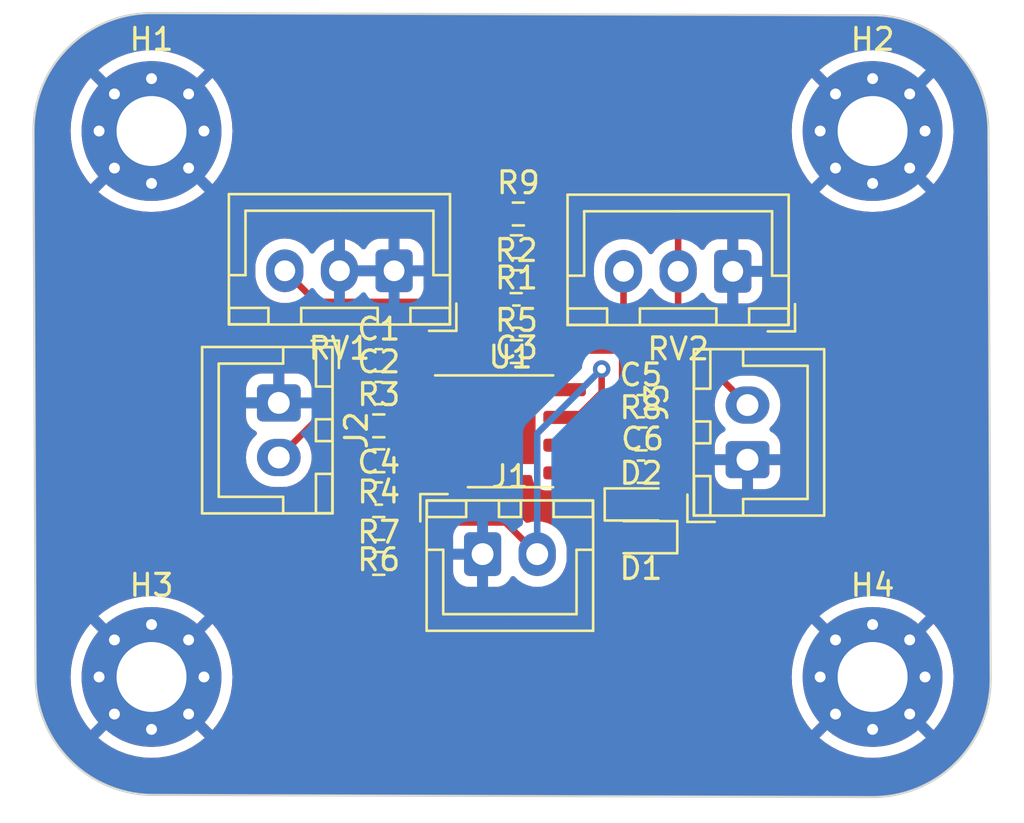
<source format=kicad_pcb>
(kicad_pcb (version 20221018) (generator pcbnew)
  (layers (0 "F.Cu" signal) (31 "B.Cu" signal) (34 "B.Paste" user) (35 "F.Paste" user) (36 "B.SilkS" user "B.Silkscreen") (37 "F.SilkS" user "F.Silkscreen") (38 "B.Mask" user) (39 "F.Mask" user) (44 "Edge.Cuts" user))
  (net 0 "")
  (net 1 "Input")
  (net 2 "GND")
  (net 3 "Net-(C2-Pad2)")
  (net 4 "Net-(C3-Pad1)")
  (net 5 "Net-(U1--)")
  (net 6 "Net-(C4-Pad1)")
  (net 7 "Net-(C5-Pad1)")
  (net 8 "Net-(C5-Pad2)")
  (net 9 "Net-(D1-K)")
  (net 10 "+9V")
  (net 11 "Net-(R1-Pad2)")
  (net 12 "Net-(U1-+)")
  (net 16 "Output")
  (footprint "Connector_JST:JST_XH_B3B-XH-A_1x03_P2.50mm_Vertical" (layer "F.Cu") (at 123.1 93.4 180)
    (fp_text reference "RV1" (at 2.5 -3.55) (layer "F.SilkS"))
    (fp_text value "500K-lin(500k)")
    (fp_line (start -2.85 -2.75) (end -2.85 -1.5) (stroke (width 0.12)) (layer "F.SilkS"))
    (fp_line (start -2.56 -2.46) (end -2.56 3.51) (stroke (width 0.12)) (layer "F.SilkS"))
    (fp_line (start -2.56 3.51) (end 7.56 3.51) (stroke (width 0.12)) (layer "F.SilkS"))
    (fp_line (start -2.55 -2.45) (end -2.55 -1.7) (stroke (width 0.12)) (layer "F.SilkS"))
    (fp_line (start -2.55 -1.7) (end -0.75 -1.7) (stroke (width 0.12)) (layer "F.SilkS"))
    (fp_line (start -2.55 -0.2) (end -1.8 -0.2) (stroke (width 0.12)) (layer "F.SilkS"))
    (fp_line (start -1.8 -0.2) (end -1.8 2.75) (stroke (width 0.12)) (layer "F.SilkS"))
    (fp_line (start -1.8 2.75) (end 2.5 2.75) (stroke (width 0.12)) (layer "F.SilkS"))
    (fp_line (start -1.6 -2.75) (end -2.85 -2.75) (stroke (width 0.12)) (layer "F.SilkS"))
    (fp_line (start -0.75 -2.45) (end -2.55 -2.45) (stroke (width 0.12)) (layer "F.SilkS"))
    (fp_line (start -0.75 -1.7) (end -0.75 -2.45) (stroke (width 0.12)) (layer "F.SilkS"))
    (fp_line (start 0.75 -2.45) (end 0.75 -1.7) (stroke (width 0.12)) (layer "F.SilkS"))
    (fp_line (start 0.75 -1.7) (end 4.25 -1.7) (stroke (width 0.12)) (layer "F.SilkS"))
    (fp_line (start 4.25 -2.45) (end 0.75 -2.45) (stroke (width 0.12)) (layer "F.SilkS"))
    (fp_line (start 4.25 -1.7) (end 4.25 -2.45) (stroke (width 0.12)) (layer "F.SilkS"))
    (fp_line (start 5.75 -2.45) (end 5.75 -1.7) (stroke (width 0.12)) (layer "F.SilkS"))
    (fp_line (start 5.75 -1.7) (end 7.55 -1.7) (stroke (width 0.12)) (layer "F.SilkS"))
    (fp_line (start 6.8 -0.2) (end 6.8 2.75) (stroke (width 0.12)) (layer "F.SilkS"))
    (fp_line (start 6.8 2.75) (end 2.5 2.75) (stroke (width 0.12)) (layer "F.SilkS"))
    (fp_line (start 7.55 -2.45) (end 5.75 -2.45) (stroke (width 0.12)) (layer "F.SilkS"))
    (fp_line (start 7.55 -1.7) (end 7.55 -2.45) (stroke (width 0.12)) (layer "F.SilkS"))
    (fp_line (start 7.55 -0.2) (end 6.8 -0.2) (stroke (width 0.12)) (layer "F.SilkS"))
    (fp_line (start 7.56 -2.46) (end -2.56 -2.46) (stroke (width 0.12)) (layer "F.SilkS"))
    (fp_line (start 7.56 3.51) (end 7.56 -2.46) (stroke (width 0.12)) (layer "F.SilkS"))
    (pad "1" thru_hole roundrect (at 0 0 180) (size 1.7 1.95) (drill 0.95) (layers "*.Cu" "*.Mask") (roundrect_rratio 0.147059) (net 2 "GND"))
    (pad "2" thru_hole oval (at 2.5 0 180) (size 1.7 1.95) (drill 0.95) (layers "*.Cu" "*.Mask") (net 2 "GND"))
    (pad "3" thru_hole oval (at 5 0 180) (size 1.7 1.95) (drill 0.95) (layers "*.Cu" "*.Mask") (net 11 "Net-(R1-Pad2)"))
  )
  (footprint "Capacitor_SMD:C_0603_1608Metric_Pad1.08x0.95mm_HandSolder" (layer "F.Cu") (at 122.4 103.6)
    (fp_text reference "C4" (at 0 -1.43) (layer "F.SilkS"))
    (fp_text value "1u")
    (fp_line (start -0.146267 -0.51) (end 0.146267 -0.51) (stroke (width 0.12)) (layer "F.SilkS"))
    (fp_line (start -0.146267 0.51) (end 0.146267 0.51) (stroke (width 0.12)) (layer "F.SilkS"))
    (pad "1" smd roundrect (at -0.8625 0) (size 1.075 0.95) (layers "F.Cu" "F.Paste" "F.Mask") (net 6 "Net-(C4-Pad1)"))
    (pad "2" smd roundrect (at 0.8625 0) (size 1.075 0.95) (layers "F.Cu" "F.Paste" "F.Mask") (net 2 "GND"))
  )
  (footprint "Resistor_SMD:R_0603_1608Metric_Pad0.98x0.95mm_HandSolder" (layer "F.Cu") (at 122.4 102.1 180)
    (fp_text reference "R4" (at 0 -1.43) (layer "F.SilkS"))
    (fp_text value "1M")
    (fp_line (start -0.254724 -0.5225) (end 0.254724 -0.5225) (stroke (width 0.12)) (layer "F.SilkS"))
    (fp_line (start -0.254724 0.5225) (end 0.254724 0.5225) (stroke (width 0.12)) (layer "F.SilkS"))
    (pad "1" smd roundrect (at -0.9125 0 180) (size 0.975 0.95) (layers "F.Cu" "F.Paste" "F.Mask") (net 12 "Net-(U1-+)"))
    (pad "2" smd roundrect (at 0.9125 0 180) (size 0.975 0.95) (layers "F.Cu" "F.Paste" "F.Mask") (net 6 "Net-(C4-Pad1)"))
  )
  (footprint "MountingHole:MountingHole_3.2mm_M3_Pad_Via" (layer "F.Cu") (at 145 112)
    (fp_text reference "H4" (at 0 -4.2) (layer "F.SilkS"))
    (fp_text value "MountingHole_Pad")
    (pad "1" thru_hole circle (at -2.4 0) (size 0.8 0.8) (drill 0.5) (layers "*.Cu" "*.Mask") (net 2 "GND"))
    (pad "1" thru_hole circle (at -1.697056 -1.697056) (size 0.8 0.8) (drill 0.5) (layers "*.Cu" "*.Mask") (net 2 "GND"))
    (pad "1" thru_hole circle (at -1.697056 1.697056) (size 0.8 0.8) (drill 0.5) (layers "*.Cu" "*.Mask") (net 2 "GND"))
    (pad "1" thru_hole circle (at 0 -2.4) (size 0.8 0.8) (drill 0.5) (layers "*.Cu" "*.Mask") (net 2 "GND"))
    (pad "1" thru_hole circle (at 0 0) (size 6.4 6.4) (drill 3.2) (layers "*.Cu" "*.Mask") (net 2 "GND"))
    (pad "1" thru_hole circle (at 0 2.4) (size 0.8 0.8) (drill 0.5) (layers "*.Cu" "*.Mask") (net 2 "GND"))
    (pad "1" thru_hole circle (at 1.697056 -1.697056) (size 0.8 0.8) (drill 0.5) (layers "*.Cu" "*.Mask") (net 2 "GND"))
    (pad "1" thru_hole circle (at 1.697056 1.697056) (size 0.8 0.8) (drill 0.5) (layers "*.Cu" "*.Mask") (net 2 "GND"))
    (pad "1" thru_hole circle (at 2.4 0) (size 0.8 0.8) (drill 0.5) (layers "*.Cu" "*.Mask") (net 2 "GND"))
  )
  (footprint "Connector_JST:JST_XH_B2B-XH-A_1x02_P2.50mm_Vertical" (layer "F.Cu") (at 127.15 106.375)
    (fp_text reference "J1" (at 1.25 -3.55) (layer "F.SilkS"))
    (fp_text value "Conn_01x02")
    (fp_line (start -2.85 -2.75) (end -2.85 -1.5) (stroke (width 0.12)) (layer "F.SilkS"))
    (fp_line (start -2.56 -2.46) (end -2.56 3.51) (stroke (width 0.12)) (layer "F.SilkS"))
    (fp_line (start -2.56 3.51) (end 5.06 3.51) (stroke (width 0.12)) (layer "F.SilkS"))
    (fp_line (start -2.55 -2.45) (end -2.55 -1.7) (stroke (width 0.12)) (layer "F.SilkS"))
    (fp_line (start -2.55 -1.7) (end -0.75 -1.7) (stroke (width 0.12)) (layer "F.SilkS"))
    (fp_line (start -2.55 -0.2) (end -1.8 -0.2) (stroke (width 0.12)) (layer "F.SilkS"))
    (fp_line (start -1.8 -0.2) (end -1.8 2.75) (stroke (width 0.12)) (layer "F.SilkS"))
    (fp_line (start -1.8 2.75) (end 1.25 2.75) (stroke (width 0.12)) (layer "F.SilkS"))
    (fp_line (start -1.6 -2.75) (end -2.85 -2.75) (stroke (width 0.12)) (layer "F.SilkS"))
    (fp_line (start -0.75 -2.45) (end -2.55 -2.45) (stroke (width 0.12)) (layer "F.SilkS"))
    (fp_line (start -0.75 -1.7) (end -0.75 -2.45) (stroke (width 0.12)) (layer "F.SilkS"))
    (fp_line (start 0.75 -2.45) (end 0.75 -1.7) (stroke (width 0.12)) (layer "F.SilkS"))
    (fp_line (start 0.75 -1.7) (end 1.75 -1.7) (stroke (width 0.12)) (layer "F.SilkS"))
    (fp_line (start 1.75 -2.45) (end 0.75 -2.45) (stroke (width 0.12)) (layer "F.SilkS"))
    (fp_line (start 1.75 -1.7) (end 1.75 -2.45) (stroke (width 0.12)) (layer "F.SilkS"))
    (fp_line (start 3.25 -2.45) (end 3.25 -1.7) (stroke (width 0.12)) (layer "F.SilkS"))
    (fp_line (start 3.25 -1.7) (end 5.05 -1.7) (stroke (width 0.12)) (layer "F.SilkS"))
    (fp_line (start 4.3 -0.2) (end 4.3 2.75) (stroke (width 0.12)) (layer "F.SilkS"))
    (fp_line (start 4.3 2.75) (end 1.25 2.75) (stroke (width 0.12)) (layer "F.SilkS"))
    (fp_line (start 5.05 -2.45) (end 3.25 -2.45) (stroke (width 0.12)) (layer "F.SilkS"))
    (fp_line (start 5.05 -1.7) (end 5.05 -2.45) (stroke (width 0.12)) (layer "F.SilkS"))
    (fp_line (start 5.05 -0.2) (end 4.3 -0.2) (stroke (width 0.12)) (layer "F.SilkS"))
    (fp_line (start 5.06 -2.46) (end -2.56 -2.46) (stroke (width 0.12)) (layer "F.SilkS"))
    (fp_line (start 5.06 3.51) (end 5.06 -2.46) (stroke (width 0.12)) (layer "F.SilkS"))
    (pad "1" thru_hole roundrect (at 0 0) (size 1.7 2) (drill 1) (layers "*.Cu" "*.Mask") (roundrect_rratio 0.147059) (net 2 "GND"))
    (pad "2" thru_hole oval (at 2.5 0) (size 1.7 2) (drill 1) (layers "*.Cu" "*.Mask") (net 10 "+9V"))
  )
  (footprint "Connector_JST:JST_XH_B3B-XH-A_1x03_P2.50mm_Vertical" (layer "F.Cu") (at 138.6 93.425 180)
    (fp_text reference "RV2" (at 2.5 -3.55) (layer "F.SilkS"))
    (fp_text value "50K-lin(50K)")
    (fp_line (start -2.85 -2.75) (end -2.85 -1.5) (stroke (width 0.12)) (layer "F.SilkS"))
    (fp_line (start -2.56 -2.46) (end -2.56 3.51) (stroke (width 0.12)) (layer "F.SilkS"))
    (fp_line (start -2.56 3.51) (end 7.56 3.51) (stroke (width 0.12)) (layer "F.SilkS"))
    (fp_line (start -2.55 -2.45) (end -2.55 -1.7) (stroke (width 0.12)) (layer "F.SilkS"))
    (fp_line (start -2.55 -1.7) (end -0.75 -1.7) (stroke (width 0.12)) (layer "F.SilkS"))
    (fp_line (start -2.55 -0.2) (end -1.8 -0.2) (stroke (width 0.12)) (layer "F.SilkS"))
    (fp_line (start -1.8 -0.2) (end -1.8 2.75) (stroke (width 0.12)) (layer "F.SilkS"))
    (fp_line (start -1.8 2.75) (end 2.5 2.75) (stroke (width 0.12)) (layer "F.SilkS"))
    (fp_line (start -1.6 -2.75) (end -2.85 -2.75) (stroke (width 0.12)) (layer "F.SilkS"))
    (fp_line (start -0.75 -2.45) (end -2.55 -2.45) (stroke (width 0.12)) (layer "F.SilkS"))
    (fp_line (start -0.75 -1.7) (end -0.75 -2.45) (stroke (width 0.12)) (layer "F.SilkS"))
    (fp_line (start 0.75 -2.45) (end 0.75 -1.7) (stroke (width 0.12)) (layer "F.SilkS"))
    (fp_line (start 0.75 -1.7) (end 4.25 -1.7) (stroke (width 0.12)) (layer "F.SilkS"))
    (fp_line (start 4.25 -2.45) (end 0.75 -2.45) (stroke (width 0.12)) (layer "F.SilkS"))
    (fp_line (start 4.25 -1.7) (end 4.25 -2.45) (stroke (width 0.12)) (layer "F.SilkS"))
    (fp_line (start 5.75 -2.45) (end 5.75 -1.7) (stroke (width 0.12)) (layer "F.SilkS"))
    (fp_line (start 5.75 -1.7) (end 7.55 -1.7) (stroke (width 0.12)) (layer "F.SilkS"))
    (fp_line (start 6.8 -0.2) (end 6.8 2.75) (stroke (width 0.12)) (layer "F.SilkS"))
    (fp_line (start 6.8 2.75) (end 2.5 2.75) (stroke (width 0.12)) (layer "F.SilkS"))
    (fp_line (start 7.55 -2.45) (end 5.75 -2.45) (stroke (width 0.12)) (layer "F.SilkS"))
    (fp_line (start 7.55 -1.7) (end 7.55 -2.45) (stroke (width 0.12)) (layer "F.SilkS"))
    (fp_line (start 7.55 -0.2) (end 6.8 -0.2) (stroke (width 0.12)) (layer "F.SilkS"))
    (fp_line (start 7.56 -2.46) (end -2.56 -2.46) (stroke (width 0.12)) (layer "F.SilkS"))
    (fp_line (start 7.56 3.51) (end 7.56 -2.46) (stroke (width 0.12)) (layer "F.SilkS"))
    (pad "1" thru_hole roundrect (at 0 0 180) (size 1.7 1.95) (drill 0.95) (layers "*.Cu" "*.Mask") (roundrect_rratio 0.147059) (net 2 "GND"))
    (pad "2" thru_hole oval (at 2.5 0 180) (size 1.7 1.95) (drill 0.95) (layers "*.Cu" "*.Mask") (net 16 "Output"))
    (pad "3" thru_hole oval (at 5 0 180) (size 1.7 1.95) (drill 0.95) (layers "*.Cu" "*.Mask") (net 9 "Net-(D1-K)"))
  )
  (footprint "Package_SO:SOIC-8-1EP_3.9x4.9mm_P1.27mm_EP2.29x3mm" (layer "F.Cu") (at 128.43 100.75)
    (fp_text reference "U1" (at 0 -3.4) (layer "F.SilkS"))
    (fp_text value "TL081")
    (fp_line (start 0 -2.56) (end -3.45 -2.56) (stroke (width 0.12)) (layer "F.SilkS"))
    (fp_line (start 0 -2.56) (end 1.95 -2.56) (stroke (width 0.12)) (layer "F.SilkS"))
    (fp_line (start 0 2.56) (end -1.95 2.56) (stroke (width 0.12)) (layer "F.SilkS"))
    (fp_line (start 0 2.56) (end 1.95 2.56) (stroke (width 0.12)) (layer "F.SilkS"))
    (pad "1" smd roundrect (at -2.475 -1.905) (size 1.95 0.6) (layers "F.Cu" "F.Paste" "F.Mask"))
    (pad "2" smd roundrect (at -2.475 -0.635) (size 1.95 0.6) (layers "F.Cu" "F.Paste" "F.Mask") (net 5 "Net-(U1--)"))
    (pad "3" smd roundrect (at -2.475 0.635) (size 1.95 0.6) (layers "F.Cu" "F.Paste" "F.Mask") (net 12 "Net-(U1-+)"))
    (pad "4" smd roundrect (at -2.475 1.905) (size 1.95 0.6) (layers "F.Cu" "F.Paste" "F.Mask") (net 2 "GND"))
    (pad "5" smd roundrect (at 2.475 1.905) (size 1.95 0.6) (layers "F.Cu" "F.Paste" "F.Mask"))
    (pad "6" smd roundrect (at 2.475 0.635) (size 1.95 0.6) (layers "F.Cu" "F.Paste" "F.Mask") (net 7 "Net-(C5-Pad1)"))
    (pad "7" smd roundrect (at 2.475 -0.635) (size 1.95 0.6) (layers "F.Cu" "F.Paste" "F.Mask") (net 10 "+9V"))
    (pad "8" smd roundrect (at 2.475 -1.905) (size 1.95 0.6) (layers "F.Cu" "F.Paste" "F.Mask"))
    (pad "9" smd rect (at 0 0) (size 2.29 3) (layers "F.Cu" "F.Mask"))
  )
  (footprint "Resistor_SMD:R_0603_1608Metric_Pad0.98x0.95mm_HandSolder" (layer "F.Cu") (at 128.7875 90.8)
    (fp_text reference "R9" (at 0 -1.43) (layer "F.SilkS"))
    (fp_text value "5k")
    (fp_line (start -0.254724 -0.5225) (end 0.254724 -0.5225) (stroke (width 0.12)) (layer "F.SilkS"))
    (fp_line (start -0.254724 0.5225) (end 0.254724 0.5225) (stroke (width 0.12)) (layer "F.SilkS"))
    (pad "1" smd roundrect (at -0.9125 0) (size 0.975 0.95) (layers "F.Cu" "F.Paste" "F.Mask") (net 2 "GND"))
    (pad "2" smd roundrect (at 0.9125 0) (size 0.975 0.95) (layers "F.Cu" "F.Paste" "F.Mask") (net 16 "Output"))
  )
  (footprint "Resistor_SMD:R_0603_1608Metric_Pad0.98x0.95mm_HandSolder" (layer "F.Cu") (at 122.4 106.8)
    (fp_text reference "R7" (at 0 -1.43) (layer "F.SilkS"))
    (fp_text value "1M")
    (fp_line (start -0.254724 -0.5225) (end 0.254724 -0.5225) (stroke (width 0.12)) (layer "F.SilkS"))
    (fp_line (start -0.254724 0.5225) (end 0.254724 0.5225) (stroke (width 0.12)) (layer "F.SilkS"))
    (pad "1" smd roundrect (at -0.9125 0) (size 0.975 0.95) (layers "F.Cu" "F.Paste" "F.Mask") (net 6 "Net-(C4-Pad1)"))
    (pad "2" smd roundrect (at 0.9125 0) (size 0.975 0.95) (layers "F.Cu" "F.Paste" "F.Mask") (net 2 "GND"))
  )
  (footprint "Capacitor_SMD:C_0603_1608Metric_Pad1.08x0.95mm_HandSolder" (layer "F.Cu") (at 134.4 102.6 180)
    (fp_text reference "C6" (at -0.07 1.5) (layer "F.SilkS"))
    (fp_text value "1n")
    (fp_line (start -0.146267 -0.51) (end 0.146267 -0.51) (stroke (width 0.12)) (layer "F.SilkS"))
    (fp_line (start -0.146267 0.51) (end 0.146267 0.51) (stroke (width 0.12)) (layer "F.SilkS"))
    (pad "1" smd roundrect (at -0.8625 0 180) (size 1.075 0.95) (layers "F.Cu" "F.Paste" "F.Mask") (net 9 "Net-(D1-K)"))
    (pad "2" smd roundrect (at 0.8625 0 180) (size 1.075 0.95) (layers "F.Cu" "F.Paste" "F.Mask") (net 2 "GND"))
  )
  (footprint "Capacitor_SMD:C_0603_1608Metric_Pad1.08x0.95mm_HandSolder" (layer "F.Cu") (at 122.4 99)
    (fp_text reference "C2" (at 0 -1.43) (layer "F.SilkS"))
    (fp_text value "10n")
    (fp_line (start -0.146267 -0.51) (end 0.146267 -0.51) (stroke (width 0.12)) (layer "F.SilkS"))
    (fp_line (start -0.146267 0.51) (end 0.146267 0.51) (stroke (width 0.12)) (layer "F.SilkS"))
    (pad "1" smd roundrect (at -0.8625 0) (size 1.075 0.95) (layers "F.Cu" "F.Paste" "F.Mask") (net 1 "Input"))
    (pad "2" smd roundrect (at 0.8625 0) (size 1.075 0.95) (layers "F.Cu" "F.Paste" "F.Mask") (net 3 "Net-(C2-Pad2)"))
  )
  (footprint "Connector_JST:JST_XH_B2B-XH-A_1x02_P2.50mm_Vertical" (layer "F.Cu") (at 117.825 99.45 -90)
    (fp_text reference "J2" (at 1.25 -3.55 90) (layer "F.SilkS"))
    (fp_text value "Conn_01x02")
    (fp_line (start -2.85 -2.75) (end -2.85 -1.5) (stroke (width 0.12)) (layer "F.SilkS"))
    (fp_line (start -2.56 -2.46) (end -2.56 3.51) (stroke (width 0.12)) (layer "F.SilkS"))
    (fp_line (start -2.56 3.51) (end 5.06 3.51) (stroke (width 0.12)) (layer "F.SilkS"))
    (fp_line (start -2.55 -2.45) (end -2.55 -1.7) (stroke (width 0.12)) (layer "F.SilkS"))
    (fp_line (start -2.55 -1.7) (end -0.75 -1.7) (stroke (width 0.12)) (layer "F.SilkS"))
    (fp_line (start -2.55 -0.2) (end -1.8 -0.2) (stroke (width 0.12)) (layer "F.SilkS"))
    (fp_line (start -1.8 -0.2) (end -1.8 2.75) (stroke (width 0.12)) (layer "F.SilkS"))
    (fp_line (start -1.8 2.75) (end 1.25 2.75) (stroke (width 0.12)) (layer "F.SilkS"))
    (fp_line (start -1.6 -2.75) (end -2.85 -2.75) (stroke (width 0.12)) (layer "F.SilkS"))
    (fp_line (start -0.75 -2.45) (end -2.55 -2.45) (stroke (width 0.12)) (layer "F.SilkS"))
    (fp_line (start -0.75 -1.7) (end -0.75 -2.45) (stroke (width 0.12)) (layer "F.SilkS"))
    (fp_line (start 0.75 -2.45) (end 0.75 -1.7) (stroke (width 0.12)) (layer "F.SilkS"))
    (fp_line (start 0.75 -1.7) (end 1.75 -1.7) (stroke (width 0.12)) (layer "F.SilkS"))
    (fp_line (start 1.75 -2.45) (end 0.75 -2.45) (stroke (width 0.12)) (layer "F.SilkS"))
    (fp_line (start 1.75 -1.7) (end 1.75 -2.45) (stroke (width 0.12)) (layer "F.SilkS"))
    (fp_line (start 3.25 -2.45) (end 3.25 -1.7) (stroke (width 0.12)) (layer "F.SilkS"))
    (fp_line (start 3.25 -1.7) (end 5.05 -1.7) (stroke (width 0.12)) (layer "F.SilkS"))
    (fp_line (start 4.3 -0.2) (end 4.3 2.75) (stroke (width 0.12)) (layer "F.SilkS"))
    (fp_line (start 4.3 2.75) (end 1.25 2.75) (stroke (width 0.12)) (layer "F.SilkS"))
    (fp_line (start 5.05 -2.45) (end 3.25 -2.45) (stroke (width 0.12)) (layer "F.SilkS"))
    (fp_line (start 5.05 -1.7) (end 5.05 -2.45) (stroke (width 0.12)) (layer "F.SilkS"))
    (fp_line (start 5.05 -0.2) (end 4.3 -0.2) (stroke (width 0.12)) (layer "F.SilkS"))
    (fp_line (start 5.06 -2.46) (end -2.56 -2.46) (stroke (width 0.12)) (layer "F.SilkS"))
    (fp_line (start 5.06 3.51) (end 5.06 -2.46) (stroke (width 0.12)) (layer "F.SilkS"))
    (pad "1" thru_hole roundrect (at 0 0 270) (size 1.7 2) (drill 1) (layers "*.Cu" "*.Mask") (roundrect_rratio 0.147059) (net 2 "GND"))
    (pad "2" thru_hole oval (at 2.5 0 270) (size 1.7 2) (drill 1) (layers "*.Cu" "*.Mask") (net 1 "Input"))
  )
  (footprint "MountingHole:MountingHole_3.2mm_M3_Pad_Via" (layer "F.Cu") (at 112 87)
    (fp_text reference "H1" (at 0 -4.2) (layer "F.SilkS"))
    (fp_text value "MountingHole_Pad")
    (pad "1" thru_hole circle (at -2.4 0) (size 0.8 0.8) (drill 0.5) (layers "*.Cu" "*.Mask") (net 2 "GND"))
    (pad "1" thru_hole circle (at -1.697056 -1.697056) (size 0.8 0.8) (drill 0.5) (layers "*.Cu" "*.Mask") (net 2 "GND"))
    (pad "1" thru_hole circle (at -1.697056 1.697056) (size 0.8 0.8) (drill 0.5) (layers "*.Cu" "*.Mask") (net 2 "GND"))
    (pad "1" thru_hole circle (at 0 -2.4) (size 0.8 0.8) (drill 0.5) (layers "*.Cu" "*.Mask") (net 2 "GND"))
    (pad "1" thru_hole circle (at 0 0) (size 6.4 6.4) (drill 3.2) (layers "*.Cu" "*.Mask") (net 2 "GND"))
    (pad "1" thru_hole circle (at 0 2.4) (size 0.8 0.8) (drill 0.5) (layers "*.Cu" "*.Mask") (net 2 "GND"))
    (pad "1" thru_hole circle (at 1.697056 -1.697056) (size 0.8 0.8) (drill 0.5) (layers "*.Cu" "*.Mask") (net 2 "GND"))
    (pad "1" thru_hole circle (at 1.697056 1.697056) (size 0.8 0.8) (drill 0.5) (layers "*.Cu" "*.Mask") (net 2 "GND"))
    (pad "1" thru_hole circle (at 2.4 0) (size 0.8 0.8) (drill 0.5) (layers "*.Cu" "*.Mask") (net 2 "GND"))
  )
  (footprint "Resistor_SMD:R_0603_1608Metric_Pad0.98x0.95mm_HandSolder" (layer "F.Cu") (at 122.4 105.2 180)
    (fp_text reference "R6" (at 0 -1.43) (layer "F.SilkS"))
    (fp_text value "1M")
    (fp_line (start -0.254724 -0.5225) (end 0.254724 -0.5225) (stroke (width 0.12)) (layer "F.SilkS"))
    (fp_line (start -0.254724 0.5225) (end 0.254724 0.5225) (stroke (width 0.12)) (layer "F.SilkS"))
    (pad "1" smd roundrect (at -0.9125 0 180) (size 0.975 0.95) (layers "F.Cu" "F.Paste" "F.Mask") (net 10 "+9V"))
    (pad "2" smd roundrect (at 0.9125 0 180) (size 0.975 0.95) (layers "F.Cu" "F.Paste" "F.Mask") (net 6 "Net-(C4-Pad1)"))
  )
  (footprint "Resistor_SMD:R_0603_1608Metric_Pad0.98x0.95mm_HandSolder" (layer "F.Cu") (at 122.4 100.5)
    (fp_text reference "R3" (at 0 -1.43) (layer "F.SilkS"))
    (fp_text value "10k")
    (fp_line (start -0.254724 -0.5225) (end 0.254724 -0.5225) (stroke (width 0.12)) (layer "F.SilkS"))
    (fp_line (start -0.254724 0.5225) (end 0.254724 0.5225) (stroke (width 0.12)) (layer "F.SilkS"))
    (pad "1" smd roundrect (at -0.9125 0) (size 0.975 0.95) (layers "F.Cu" "F.Paste" "F.Mask") (net 3 "Net-(C2-Pad2)"))
    (pad "2" smd roundrect (at 0.9125 0) (size 0.975 0.95) (layers "F.Cu" "F.Paste" "F.Mask") (net 12 "Net-(U1-+)"))
  )
  (footprint "Resistor_SMD:R_0603_1608Metric_Pad0.98x0.95mm_HandSolder" (layer "F.Cu") (at 128.7 92.3 180)
    (fp_text reference "R1" (at 0 -1.43) (layer "F.SilkS"))
    (fp_text value "50k")
    (fp_line (start -0.254724 -0.5225) (end 0.254724 -0.5225) (stroke (width 0.12)) (layer "F.SilkS"))
    (fp_line (start -0.254724 0.5225) (end 0.254724 0.5225) (stroke (width 0.12)) (layer "F.SilkS"))
    (pad "1" smd roundrect (at -0.9125 0 180) (size 0.975 0.95) (layers "F.Cu" "F.Paste" "F.Mask") (net 2 "GND"))
    (pad "2" smd roundrect (at 0.9125 0 180) (size 0.975 0.95) (layers "F.Cu" "F.Paste" "F.Mask") (net 11 "Net-(R1-Pad2)"))
  )
  (footprint "Resistor_SMD:R_0603_1608Metric_Pad0.98x0.95mm_HandSolder" (layer "F.Cu") (at 128.7 97.1)
    (fp_text reference "R5" (at 0 -1.43) (layer "F.SilkS"))
    (fp_text value "1M")
    (fp_line (start -0.254724 -0.5225) (end 0.254724 -0.5225) (stroke (width 0.12)) (layer "F.SilkS"))
    (fp_line (start -0.254724 0.5225) (end 0.254724 0.5225) (stroke (width 0.12)) (layer "F.SilkS"))
    (pad "1" smd roundrect (at -0.9125 0) (size 0.975 0.95) (layers "F.Cu" "F.Paste" "F.Mask") (net 5 "Net-(U1--)"))
    (pad "2" smd roundrect (at 0.9125 0) (size 0.975 0.95) (layers "F.Cu" "F.Paste" "F.Mask") (net 7 "Net-(C5-Pad1)"))
  )
  (footprint "Capacitor_SMD:C_0603_1608Metric_Pad1.08x0.95mm_HandSolder" (layer "F.Cu") (at 122.4 97.5)
    (fp_text reference "C1" (at 0 -1.43) (layer "F.SilkS"))
    (fp_text value "1n")
    (fp_line (start -0.146267 -0.51) (end 0.146267 -0.51) (stroke (width 0.12)) (layer "F.SilkS"))
    (fp_line (start -0.146267 0.51) (end 0.146267 0.51) (stroke (width 0.12)) (layer "F.SilkS"))
    (pad "1" smd roundrect (at -0.8625 0) (size 1.075 0.95) (layers "F.Cu" "F.Paste" "F.Mask") (net 1 "Input"))
    (pad "2" smd roundrect (at 0.8625 0) (size 1.075 0.95) (layers "F.Cu" "F.Paste" "F.Mask") (net 2 "GND"))
  )
  (footprint "MountingHole:MountingHole_3.2mm_M3_Pad_Via" (layer "F.Cu") (at 112 112)
    (fp_text reference "H3" (at 0 -4.2) (layer "F.SilkS"))
    (fp_text value "MountingHole_Pad")
    (pad "1" thru_hole circle (at -2.4 0) (size 0.8 0.8) (drill 0.5) (layers "*.Cu" "*.Mask") (net 2 "GND"))
    (pad "1" thru_hole circle (at -1.697056 -1.697056) (size 0.8 0.8) (drill 0.5) (layers "*.Cu" "*.Mask") (net 2 "GND"))
    (pad "1" thru_hole circle (at -1.697056 1.697056) (size 0.8 0.8) (drill 0.5) (layers "*.Cu" "*.Mask") (net 2 "GND"))
    (pad "1" thru_hole circle (at 0 -2.4) (size 0.8 0.8) (drill 0.5) (layers "*.Cu" "*.Mask") (net 2 "GND"))
    (pad "1" thru_hole circle (at 0 0) (size 6.4 6.4) (drill 3.2) (layers "*.Cu" "*.Mask") (net 2 "GND"))
    (pad "1" thru_hole circle (at 0 2.4) (size 0.8 0.8) (drill 0.5) (layers "*.Cu" "*.Mask") (net 2 "GND"))
    (pad "1" thru_hole circle (at 1.697056 -1.697056) (size 0.8 0.8) (drill 0.5) (layers "*.Cu" "*.Mask") (net 2 "GND"))
    (pad "1" thru_hole circle (at 1.697056 1.697056) (size 0.8 0.8) (drill 0.5) (layers "*.Cu" "*.Mask") (net 2 "GND"))
    (pad "1" thru_hole circle (at 2.4 0) (size 0.8 0.8) (drill 0.5) (layers "*.Cu" "*.Mask") (net 2 "GND"))
  )
  (footprint "Diode_SMD:D_0603_1608Metric_Pad1.05x0.95mm_HandSolder" (layer "F.Cu") (at 134.4 105.6 180)
    (fp_text reference "D1" (at 0 -1.43) (layer "F.SilkS"))
    (fp_text value "1N4148")
    (fp_line (start -1.66 -0.735) (end -1.66 0.735) (stroke (width 0.12)) (layer "F.SilkS"))
    (fp_line (start -1.66 0.735) (end 0.8 0.735) (stroke (width 0.12)) (layer "F.SilkS"))
    (fp_line (start 0.8 -0.735) (end -1.66 -0.735) (stroke (width 0.12)) (layer "F.SilkS"))
    (pad "1" smd roundrect (at -0.875 0 180) (size 1.05 0.95) (layers "F.Cu" "F.Paste" "F.Mask") (net 9 "Net-(D1-K)"))
    (pad "2" smd roundrect (at 0.875 0 180) (size 1.05 0.95) (layers "F.Cu" "F.Paste" "F.Mask") (net 2 "GND"))
  )
  (footprint "MountingHole:MountingHole_3.2mm_M3_Pad_Via" (layer "F.Cu") (at 145 87)
    (fp_text reference "H2" (at 0 -4.2) (layer "F.SilkS"))
    (fp_text value "MountingHole_Pad")
    (pad "1" thru_hole circle (at -2.4 0) (size 0.8 0.8) (drill 0.5) (layers "*.Cu" "*.Mask") (net 2 "GND"))
    (pad "1" thru_hole circle (at -1.697056 -1.697056) (size 0.8 0.8) (drill 0.5) (layers "*.Cu" "*.Mask") (net 2 "GND"))
    (pad "1" thru_hole circle (at -1.697056 1.697056) (size 0.8 0.8) (drill 0.5) (layers "*.Cu" "*.Mask") (net 2 "GND"))
    (pad "1" thru_hole circle (at 0 -2.4) (size 0.8 0.8) (drill 0.5) (layers "*.Cu" "*.Mask") (net 2 "GND"))
    (pad "1" thru_hole circle (at 0 0) (size 6.4 6.4) (drill 3.2) (layers "*.Cu" "*.Mask") (net 2 "GND"))
    (pad "1" thru_hole circle (at 0 2.4) (size 0.8 0.8) (drill 0.5) (layers "*.Cu" "*.Mask") (net 2 "GND"))
    (pad "1" thru_hole circle (at 1.697056 -1.697056) (size 0.8 0.8) (drill 0.5) (layers "*.Cu" "*.Mask") (net 2 "GND"))
    (pad "1" thru_hole circle (at 1.697056 1.697056) (size 0.8 0.8) (drill 0.5) (layers "*.Cu" "*.Mask") (net 2 "GND"))
    (pad "1" thru_hole circle (at 2.4 0) (size 0.8 0.8) (drill 0.5) (layers "*.Cu" "*.Mask") (net 2 "GND"))
  )
  (footprint "Capacitor_SMD:C_0603_1608Metric_Pad1.08x0.95mm_HandSolder" (layer "F.Cu") (at 134.4 99.6)
    (fp_text reference "C5" (at 0 -1.43) (layer "F.SilkS"))
    (fp_text value "1u")
    (fp_line (start -0.146267 -0.51) (end 0.146267 -0.51) (stroke (width 0.12)) (layer "F.SilkS"))
    (fp_line (start -0.146267 0.51) (end 0.146267 0.51) (stroke (width 0.12)) (layer "F.SilkS"))
    (pad "1" smd roundrect (at -0.8625 0) (size 1.075 0.95) (layers "F.Cu" "F.Paste" "F.Mask") (net 7 "Net-(C5-Pad1)"))
    (pad "2" smd roundrect (at 0.8625 0) (size 1.075 0.95) (layers "F.Cu" "F.Paste" "F.Mask") (net 8 "Net-(C5-Pad2)"))
  )
  (footprint "Connector_JST:JST_XH_B2B-XH-A_1x02_P2.50mm_Vertical" (layer "F.Cu") (at 139.275 102.05 90)
    (fp_text reference "J3" (at 2.65 -4.15 90) (layer "F.SilkS"))
    (fp_text value "Conn_01x02")
    (fp_line (start -2.85 -2.75) (end -2.85 -1.5) (stroke (width 0.12)) (layer "F.SilkS"))
    (fp_line (start -2.56 -2.46) (end -2.56 3.51) (stroke (width 0.12)) (layer "F.SilkS"))
    (fp_line (start -2.56 3.51) (end 5.06 3.51) (stroke (width 0.12)) (layer "F.SilkS"))
    (fp_line (start -2.55 -2.45) (end -2.55 -1.7) (stroke (width 0.12)) (layer "F.SilkS"))
    (fp_line (start -2.55 -1.7) (end -0.75 -1.7) (stroke (width 0.12)) (layer "F.SilkS"))
    (fp_line (start -2.55 -0.2) (end -1.8 -0.2) (stroke (width 0.12)) (layer "F.SilkS"))
    (fp_line (start -1.8 -0.2) (end -1.8 2.75) (stroke (width 0.12)) (layer "F.SilkS"))
    (fp_line (start -1.8 2.75) (end 1.25 2.75) (stroke (width 0.12)) (layer "F.SilkS"))
    (fp_line (start -1.6 -2.75) (end -2.85 -2.75) (stroke (width 0.12)) (layer "F.SilkS"))
    (fp_line (start -0.75 -2.45) (end -2.55 -2.45) (stroke (width 0.12)) (layer "F.SilkS"))
    (fp_line (start -0.75 -1.7) (end -0.75 -2.45) (stroke (width 0.12)) (layer "F.SilkS"))
    (fp_line (start 0.75 -2.45) (end 0.75 -1.7) (stroke (width 0.12)) (layer "F.SilkS"))
    (fp_line (start 0.75 -1.7) (end 1.75 -1.7) (stroke (width 0.12)) (layer "F.SilkS"))
    (fp_line (start 1.75 -2.45) (end 0.75 -2.45) (stroke (width 0.12)) (layer "F.SilkS"))
    (fp_line (start 1.75 -1.7) (end 1.75 -2.45) (stroke (width 0.12)) (layer "F.SilkS"))
    (fp_line (start 3.25 -2.45) (end 3.25 -1.7) (stroke (width 0.12)) (layer "F.SilkS"))
    (fp_line (start 3.25 -1.7) (end 5.05 -1.7) (stroke (width 0.12)) (layer "F.SilkS"))
    (fp_line (start 4.3 -0.2) (end 4.3 2.75) (stroke (width 0.12)) (layer "F.SilkS"))
    (fp_line (start 4.3 2.75) (end 1.25 2.75) (stroke (width 0.12)) (layer "F.SilkS"))
    (fp_line (start 5.05 -2.45) (end 3.25 -2.45) (stroke (width 0.12)) (layer "F.SilkS"))
    (fp_line (start 5.05 -1.7) (end 5.05 -2.45) (stroke (width 0.12)) (layer "F.SilkS"))
    (fp_line (start 5.05 -0.2) (end 4.3 -0.2) (stroke (width 0.12)) (layer "F.SilkS"))
    (fp_line (start 5.06 -2.46) (end -2.56 -2.46) (stroke (width 0.12)) (layer "F.SilkS"))
    (fp_line (start 5.06 3.51) (end 5.06 -2.46) (stroke (width 0.12)) (layer "F.SilkS"))
    (pad "1" thru_hole roundrect (at 0 0 90) (size 1.7 2) (drill 1) (layers "*.Cu" "*.Mask") (roundrect_rratio 0.147059) (net 2 "GND"))
    (pad "2" thru_hole oval (at 2.5 0 90) (size 1.7 2) (drill 1) (layers "*.Cu" "*.Mask") (net 16 "Output"))
  )
  (footprint "Diode_SMD:D_0603_1608Metric_Pad1.05x0.95mm_HandSolder" (layer "F.Cu") (at 134.4 104.1)
    (fp_text reference "D2" (at 0 -1.43) (layer "F.SilkS"))
    (fp_text value "1N4148")
    (fp_line (start -1.66 -0.735) (end -1.66 0.735) (stroke (width 0.12)) (layer "F.SilkS"))
    (fp_line (start -1.66 0.735) (end 0.8 0.735) (stroke (width 0.12)) (layer "F.SilkS"))
    (fp_line (start 0.8 -0.735) (end -1.66 -0.735) (stroke (width 0.12)) (layer "F.SilkS"))
    (pad "1" smd roundrect (at -0.875 0) (size 1.05 0.95) (layers "F.Cu" "F.Paste" "F.Mask") (net 2 "GND"))
    (pad "2" smd roundrect (at 0.875 0) (size 1.05 0.95) (layers "F.Cu" "F.Paste" "F.Mask") (net 9 "Net-(D1-K)"))
  )
  (footprint "Resistor_SMD:R_0603_1608Metric_Pad0.98x0.95mm_HandSolder" (layer "F.Cu") (at 134.4 101.1)
    (fp_text reference "R8" (at 0 -1.43) (layer "F.SilkS"))
    (fp_text value "10k")
    (fp_line (start -0.254724 -0.5225) (end 0.254724 -0.5225) (stroke (width 0.12)) (layer "F.SilkS"))
    (fp_line (start -0.254724 0.5225) (end 0.254724 0.5225) (stroke (width 0.12)) (layer "F.SilkS"))
    (pad "1" smd roundrect (at -0.9125 0) (size 0.975 0.95) (layers "F.Cu" "F.Paste" "F.Mask") (net 8 "Net-(C5-Pad2)"))
    (pad "2" smd roundrect (at 0.9125 0) (size 0.975 0.95) (layers "F.Cu" "F.Paste" "F.Mask") (net 9 "Net-(D1-K)"))
  )
  (footprint "Capacitor_SMD:C_0603_1608Metric_Pad1.08x0.95mm_HandSolder" (layer "F.Cu") (at 128.7 95.5 180)
    (fp_text reference "C3" (at 0 -1.43) (layer "F.SilkS"))
    (fp_text value "47n")
    (fp_line (start -0.146267 -0.51) (end 0.146267 -0.51) (stroke (width 0.12)) (layer "F.SilkS"))
    (fp_line (start -0.146267 0.51) (end 0.146267 0.51) (stroke (width 0.12)) (layer "F.SilkS"))
    (pad "1" smd roundrect (at -0.8625 0 180) (size 1.075 0.95) (layers "F.Cu" "F.Paste" "F.Mask") (net 4 "Net-(C3-Pad1)"))
    (pad "2" smd roundrect (at 0.8625 0 180) (size 1.075 0.95) (layers "F.Cu" "F.Paste" "F.Mask") (net 5 "Net-(U1--)"))
  )
  (footprint "Resistor_SMD:R_0603_1608Metric_Pad0.98x0.95mm_HandSolder" (layer "F.Cu") (at 128.6875 93.9)
    (fp_text reference "R2" (at 0 -1.43) (layer "F.SilkS"))
    (fp_text value "4.7k")
    (fp_line (start -0.254724 -0.5225) (end 0.254724 -0.5225) (stroke (width 0.12)) (layer "F.SilkS"))
    (fp_line (start -0.254724 0.5225) (end 0.254724 0.5225) (stroke (width 0.12)) (layer "F.SilkS"))
    (pad "1" smd roundrect (at -0.9125 0) (size 0.975 0.95) (layers "F.Cu" "F.Paste" "F.Mask") (net 11 "Net-(R1-Pad2)"))
    (pad "2" smd roundrect (at 0.9125 0) (size 0.975 0.95) (layers "F.Cu" "F.Paste" "F.Mask") (net 4 "Net-(C3-Pad1)"))
  )
  (gr_arc (start 106.6 87) (mid 108.181623 83.181623) (end 112 81.6) (stroke (width 0.1)) (layer "Edge.Cuts"))
  (gr_arc (start 145 81.7) (mid 148.711463 83.216477) (end 150.29902 86.898096) (stroke (width 0.1)) (layer "Edge.Cuts"))
  (gr_line (start 150.29902 86.898096) (end 150.4 112.1) (stroke (width 0.1)) (layer "Edge.Cuts"))
  (gr_line (start 145 117.5) (end 111.9 117.4) (stroke (width 0.1)) (layer "Edge.Cuts"))
  (gr_arc (start 111.9 117.4) (mid 108.208937 115.749617) (end 106.696298 112) (stroke (width 0.1)) (layer "Edge.Cuts"))
  (gr_arc (start 150.4 112.1) (mid 148.818377 115.918377) (end 145 117.5) (stroke (width 0.1)) (layer "Edge.Cuts"))
  (gr_line (start 145 81.7) (end 112 81.6) (stroke (width 0.1)) (layer "Edge.Cuts"))
  (gr_line (start 106.6 87) (end 106.696298 112) (stroke (width 0.1)) (layer "Edge.Cuts"))
  (segment (start 117.825 101.95) (end 120.775 99) (width 0.3) (layer "F.Cu") (net 1))
  (segment (start 120.775 99) (end 121.5375 99) (width 0.3) (layer "F.Cu") (net 1))
  (segment (start 121.5375 97.5) (end 121.5375 99) (width 0.3) (layer "F.Cu") (net 1))
  (segment (start 123.2625 99) (end 121.7625 100.5) (width 0.3) (layer "F.Cu") (net 3))
  (segment (start 121.7625 100.5) (end 121.4875 100.5) (width 0.3) (layer "F.Cu") (net 3))
  (segment (start 129.5625 93.9375) (end 129.6 93.9) (width 0.3) (layer "F.Cu") (net 4))
  (segment (start 129.5625 95.5) (end 129.5625 93.9375) (width 0.3) (layer "F.Cu") (net 4))
  (segment (start 125.955 100.115) (end 125.401472 100.115) (width 0.3) (layer "F.Cu") (net 5))
  (segment (start 125.876472 97.1) (end 127.7875 97.1) (width 0.3) (layer "F.Cu") (net 5))
  (segment (start 124.53 98.446472) (end 125.876472 97.1) (width 0.3) (layer "F.Cu") (net 5))
  (segment (start 125.401472 100.115) (end 124.53 99.243528) (width 0.3) (layer "F.Cu") (net 5))
  (segment (start 124.53 99.243528) (end 124.53 98.446472) (width 0.3) (layer "F.Cu") (net 5))
  (segment (start 127.7875 97.1) (end 127.7875 95.55) (width 0.3) (layer "F.Cu") (net 5))
  (segment (start 127.7875 95.55) (end 127.8375 95.5) (width 0.3) (layer "F.Cu") (net 5))
  (segment (start 121.5375 103.6) (end 121.5375 102.15) (width 0.3) (layer "F.Cu") (net 6))
  (segment (start 121.5375 102.15) (end 121.4875 102.1) (width 0.3) (layer "F.Cu") (net 6))
  (segment (start 121.4875 105.2) (end 121.4875 103.65) (width 0.3) (layer "F.Cu") (net 6))
  (segment (start 121.4875 103.65) (end 121.5375 103.6) (width 0.3) (layer "F.Cu") (net 6))
  (segment (start 121.4875 106.8) (end 121.4875 105.2) (width 0.3) (layer "F.Cu") (net 6))
  (segment (start 129.6625 97.05) (end 133.35 97.05) (width 0.3) (layer "F.Cu") (net 7))
  (segment (start 129.6125 97.1) (end 129.6625 97.05) (width 0.3) (layer "F.Cu") (net 7))
  (segment (start 133.5375 97.2375) (end 133.5375 99.6) (width 0.3) (layer "F.Cu") (net 7))
  (segment (start 131.51 101.385) (end 130.905 101.385) (width 0.3) (layer "F.Cu") (net 7))
  (segment (start 133.35 97.05) (end 133.5375 97.2375) (width 0.3) (layer "F.Cu") (net 7))
  (segment (start 133.5375 99.6) (end 133.295 99.6) (width 0.3) (layer "F.Cu") (net 7))
  (segment (start 133.295 99.6) (end 131.51 101.385) (width 0.3) (layer "F.Cu") (net 7))
  (segment (start 133.7625 101.1) (end 133.4875 101.1) (width 0.3) (layer "F.Cu") (net 8))
  (segment (start 135.2625 99.6) (end 133.7625 101.1) (width 0.3) (layer "F.Cu") (net 8))
  (segment (start 136.25 100.1625) (end 135.3125 101.1) (width 0.3) (layer "F.Cu") (net 9))
  (segment (start 135.275 102.6125) (end 135.2625 102.6) (width 0.3) (layer "F.Cu") (net 9))
  (segment (start 133.6 96.427728) (end 136.25 99.077728) (width 0.3) (layer "F.Cu") (net 9))
  (segment (start 136.25 99.077728) (end 136.25 100.1625) (width 0.3) (layer "F.Cu") (net 9))
  (segment (start 135.275 105.6) (end 135.275 102.6125) (width 0.3) (layer "F.Cu") (net 9))
  (segment (start 135.2625 101.15) (end 135.3125 101.1) (width 0.3) (layer "F.Cu") (net 9))
  (segment (start 135.2625 102.6) (end 135.2625 101.15) (width 0.3) (layer "F.Cu") (net 9))
  (segment (start 133.6 93.425) (end 133.6 96.427728) (width 0.3) (layer "F.Cu") (net 9))
  (segment (start 123.5875 104.925) (end 128.2 104.925) (width 0.3) (layer "F.Cu") (net 10))
  (segment (start 131.458528 100.115) (end 132.6 98.973528) (width 0.3) (layer "F.Cu") (net 10))
  (segment (start 128.2 104.925) (end 129.65 106.375) (width 0.3) (layer "F.Cu") (net 10))
  (segment (start 123.3125 105.2) (end 123.5875 104.925) (width 0.3) (layer "F.Cu") (net 10))
  (segment (start 132.6 98.973528) (end 132.6 97.9) (width 0.3) (layer "F.Cu") (net 10))
  (segment (start 130.905 100.115) (end 131.458528 100.115) (width 0.3) (layer "F.Cu") (net 10))
  (via (at 132.6 97.9) (size 0.8) (drill 0.4) (layers "F.Cu" "B.Cu") (net 10))
  (segment (start 129.65 100.85) (end 129.65 106.375) (width 0.3) (layer "B.Cu") (net 10))
  (segment (start 132.6 97.9) (end 129.65 100.85) (width 0.3) (layer "B.Cu") (net 10))
  (segment (start 119.525 94.825) (end 118.1 93.4) (width 0.3) (layer "F.Cu") (net 11))
  (segment (start 127.7875 92.3) (end 127.7875 93.8875) (width 0.3) (layer "F.Cu") (net 11))
  (segment (start 126.85 94.825) (end 119.525 94.825) (width 0.3) (layer "F.Cu") (net 11))
  (segment (start 127.7875 93.8875) (end 127.775 93.9) (width 0.3) (layer "F.Cu") (net 11))
  (segment (start 127.775 93.9) (end 126.85 94.825) (width 0.3) (layer "F.Cu") (net 11))
  (segment (start 125.955 101.385) (end 124.0275 101.385) (width 0.3) (layer "F.Cu") (net 12))
  (segment (start 123.3125 100.5) (end 123.3125 102.1) (width 0.3) (layer "F.Cu") (net 12))
  (segment (start 124.0275 101.385) (end 123.3125 102.1) (width 0.3) (layer "F.Cu") (net 12))
  (segment (start 125.94 101.4) (end 125.955 101.385) (width 0.3) (layer "F.Cu") (net 12))
  (segment (start 136.1 93.425) (end 136.1 96.375) (width 0.3) (layer "F.Cu") (net 16))
  (segment (start 129.7 90.8) (end 135.900001 90.8) (width 0.3) (layer "F.Cu") (net 16))
  (segment (start 136.1 90.999999) (end 136.1 93.425) (width 0.3) (layer "F.Cu") (net 16))
  (segment (start 135.900001 90.8) (end 136.1 90.999999) (width 0.3) (layer "F.Cu") (net 16))
  (segment (start 136.1 96.375) (end 139.275 99.55) (width 0.3) (layer "F.Cu") (net 16))
  (zone (net 2) (net_name "GND") (layers "F&B.Cu") (connect_pads (clearance 0.5)) (min_thickness 0.25) (fill yes (thermal_gap 0.5) (thermal_bridge_width 0.5))
    (polygon (pts (xy 105.9 81) (xy 151.3 81.1) (xy 151.2 118.2) (xy 105.9 118.7)))
  )
)
</source>
